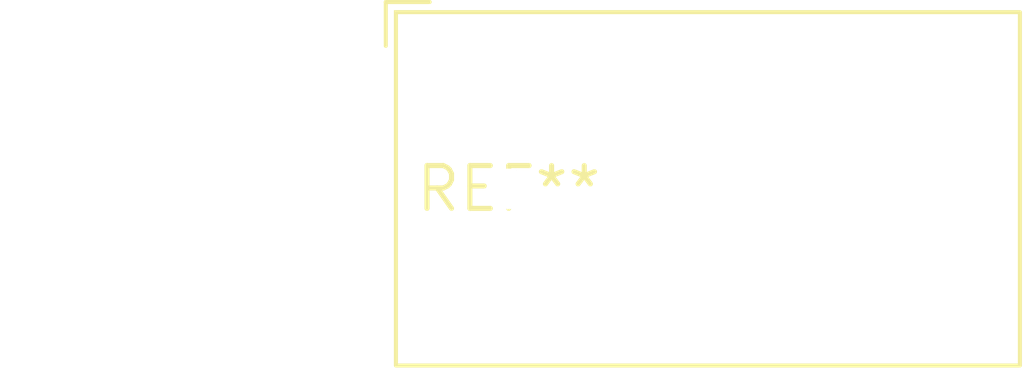
<source format=kicad_pcb>
(kicad_pcb (version 20240108) (generator pcbnew)
  (layers (0 "F.Cu" signal) (31 "B.Cu" signal) (34 "B.Paste" user) (35 "F.Paste" user) (36 "B.SilkS" user "B.Silkscreen") (37 "F.SilkS" user "F.Silkscreen") (38 "B.Mask" user) (39 "F.Mask" user) (44 "Edge.Cuts" user))
  (net 0 "")
  (footprint "Transformer_Zeming_ZMCT103C" (layer "F.Cu") (at 0 0)
    (property "Reference" "REF**")
    (property "Value" "Transformer_Zeming_ZMCT103C")
    (fp_line (start -3.64 -5.54) (end -2.34 -5.54) (layer "F.SilkS") (stroke (width 0.12)))
    (fp_line (start -3.64 -4.24) (end -3.64 -5.54) (layer "F.SilkS") (stroke (width 0.12)))
    (fp_rect (start -3.34 -5.24) (end 15.14 5.24) (layer "F.SilkS") (stroke (width 0.12)) (fill none))
    (pad "1" thru_hole rect (at 0 0) (size 2.2 2.2) (drill 1.2) (layers *.Cu *.Mask) (remove_unused_layers))
    (pad "2" thru_hole circle (at 11.8 0) (size 2.2 2.2) (drill 1.2) (layers *.Cu *.Mask) (remove_unused_layers))
  )
)
</source>
